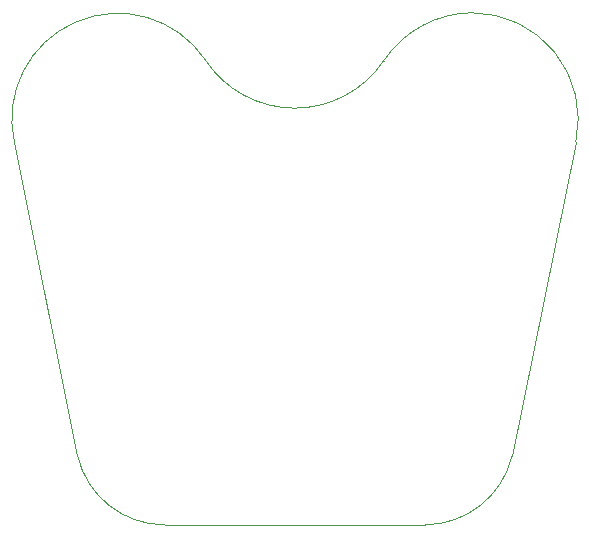
<source format=gbr>
%TF.GenerationSoftware,KiCad,Pcbnew,5.1.7-a382d34a8~88~ubuntu16.04.1*%
%TF.CreationDate,2021-09-09T22:43:01+02:00*%
%TF.ProjectId,korad_kel103_converter,6b6f7261-645f-46b6-956c-3130335f636f,rev?*%
%TF.SameCoordinates,Original*%
%TF.FileFunction,Profile,NP*%
%FSLAX46Y46*%
G04 Gerber Fmt 4.6, Leading zero omitted, Abs format (unit mm)*
G04 Created by KiCad (PCBNEW 5.1.7-a382d34a8~88~ubuntu16.04.1) date 2021-09-09 22:43:01*
%MOMM*%
%LPD*%
G01*
G04 APERTURE LIST*
%TA.AperFunction,Profile*%
%ADD10C,0.050000*%
%TD*%
G04 APERTURE END LIST*
D10*
X144605411Y-58953691D02*
X144535630Y-59040422D01*
X160785686Y-65944154D02*
G75*
G03*
X152000002Y-54991780I-8785684J1952374D01*
G01*
X144605411Y-58953691D02*
G75*
G02*
X152000002Y-54991780I7499292J-5115168D01*
G01*
X144535630Y-59040422D02*
G75*
G02*
X129395298Y-58949999I-7540333J5040422D01*
G01*
X160785686Y-65944154D02*
X155400001Y-92491779D01*
X148000003Y-98345890D02*
G75*
G03*
X155400001Y-92491779I-1J7604110D01*
G01*
X137000000Y-98350000D02*
X148000001Y-98345890D01*
X125999999Y-98354110D02*
X137000000Y-98350000D01*
X125999999Y-98354110D02*
G75*
G02*
X118600001Y-92499999I1J7604110D01*
G01*
X113254404Y-65943462D02*
X118600001Y-92499999D01*
X113254404Y-65943462D02*
G75*
G02*
X129400000Y-58950000I8745596J1943462D01*
G01*
M02*

</source>
